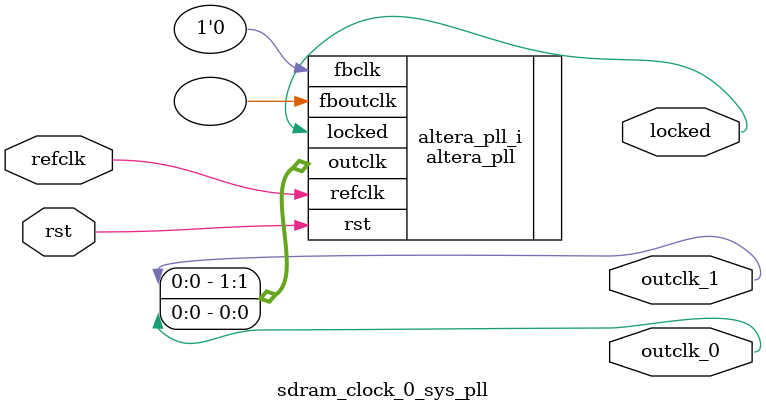
<source format=v>
`timescale 1ns/10ps
module  sdram_clock_0_sys_pll(

	// interface 'refclk'
	input wire refclk,

	// interface 'reset'
	input wire rst,

	// interface 'outclk0'
	output wire outclk_0,

	// interface 'outclk1'
	output wire outclk_1,

	// interface 'locked'
	output wire locked
);

	altera_pll #(
		.fractional_vco_multiplier("false"),
		.reference_clock_frequency("50.0 MHz"),
		.operation_mode("direct"),
		.number_of_clocks(2),
		.output_clock_frequency0("50.000000 MHz"),
		.phase_shift0("0 ps"),
		.duty_cycle0(50),
		.output_clock_frequency1("50.000000 MHz"),
		.phase_shift1("-3000 ps"),
		.duty_cycle1(50),
		.output_clock_frequency2("0 MHz"),
		.phase_shift2("0 ps"),
		.duty_cycle2(50),
		.output_clock_frequency3("0 MHz"),
		.phase_shift3("0 ps"),
		.duty_cycle3(50),
		.output_clock_frequency4("0 MHz"),
		.phase_shift4("0 ps"),
		.duty_cycle4(50),
		.output_clock_frequency5("0 MHz"),
		.phase_shift5("0 ps"),
		.duty_cycle5(50),
		.output_clock_frequency6("0 MHz"),
		.phase_shift6("0 ps"),
		.duty_cycle6(50),
		.output_clock_frequency7("0 MHz"),
		.phase_shift7("0 ps"),
		.duty_cycle7(50),
		.output_clock_frequency8("0 MHz"),
		.phase_shift8("0 ps"),
		.duty_cycle8(50),
		.output_clock_frequency9("0 MHz"),
		.phase_shift9("0 ps"),
		.duty_cycle9(50),
		.output_clock_frequency10("0 MHz"),
		.phase_shift10("0 ps"),
		.duty_cycle10(50),
		.output_clock_frequency11("0 MHz"),
		.phase_shift11("0 ps"),
		.duty_cycle11(50),
		.output_clock_frequency12("0 MHz"),
		.phase_shift12("0 ps"),
		.duty_cycle12(50),
		.output_clock_frequency13("0 MHz"),
		.phase_shift13("0 ps"),
		.duty_cycle13(50),
		.output_clock_frequency14("0 MHz"),
		.phase_shift14("0 ps"),
		.duty_cycle14(50),
		.output_clock_frequency15("0 MHz"),
		.phase_shift15("0 ps"),
		.duty_cycle15(50),
		.output_clock_frequency16("0 MHz"),
		.phase_shift16("0 ps"),
		.duty_cycle16(50),
		.output_clock_frequency17("0 MHz"),
		.phase_shift17("0 ps"),
		.duty_cycle17(50),
		.pll_type("General"),
		.pll_subtype("General")
	) altera_pll_i (
		.rst	(rst),
		.outclk	({outclk_1, outclk_0}),
		.locked	(locked),
		.fboutclk	( ),
		.fbclk	(1'b0),
		.refclk	(refclk)
	);
endmodule


</source>
